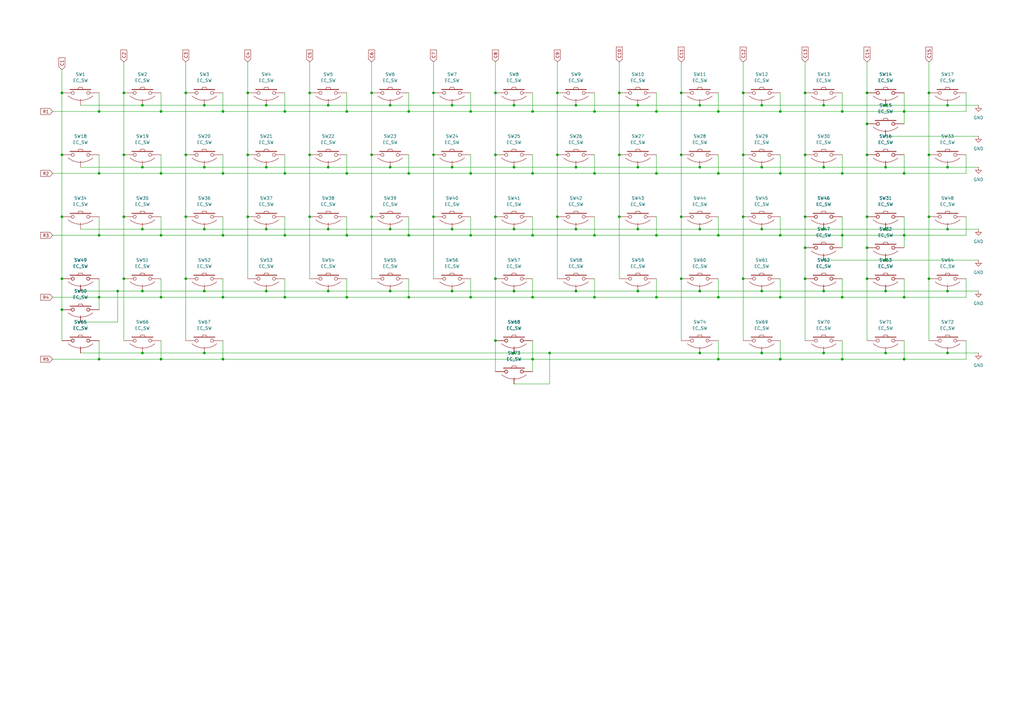
<source format=kicad_sch>
(kicad_sch (version 20231120) (generator "eeschema") (generator_version "8.0")
  (paper "A3")
  (lib_symbols
    (symbol "cipulot_parts:EC_SW" (pin_numbers hide) (pin_names (offset 1.016) hide)
      (property "Reference" "SW" (at 3.81 2.794 0))
      (property "Value" "EC_SW" (at -3.81 3.81 0))
      (symbol "EC_SW_0_1"
        (arc (start -5.08 -1.27) (mid 0 -3.052) (end 5.08 -1.27))
        (rectangle (start -4.318 1.27) (end 4.318 1.524))
        (polyline (pts (xy -1.016 1.524) (xy -0.762 2.286) (xy 0.762 2.286) (xy 1.016 1.524)))
        (pin passive inverted (at -7.62 0 0) (length 5.08) (name "1") (number "1"))
        (pin passive inverted (at 7.62 0 180) (length 5.08) (name "2") (number "2"))
      )
      (symbol "EC_SW_1_1"
        (pin input line (at 0 -5.08 90) (length 2.54) (name "SG") (number "3"))
      )
    )
    (symbol "power:GND" (power) (pin_numbers hide) (pin_names (offset 0) hide)
      (property "Value" "GND" (at 0 -3.81 0))
      (symbol "GND_0_1"
        (polyline (pts (xy 0 0) (xy 0 -1.27) (xy 1.27 -1.27) (xy 0 -2.54) (xy -1.27 -1.27) (xy 0 -1.27)))
      )
      (symbol "GND_1_1"
        (pin power_in line (at 0 0 270) (length 0) (name "~") (number "1"))
      )
    )
  )
  (junction (at 185.42 68.58))
  (junction (at 101.6 88.9))
  (junction (at 127 88.9))
  (junction (at 152.4 38.1))
  (junction (at 287.02 144.78))
  (junction (at 370.84 71.12))
  (junction (at 304.8 38.1))
  (junction (at 210.82 119.38))
  (junction (at 91.44 96.52))
  (junction (at 370.84 45.72))
  (junction (at 177.8 88.9))
  (junction (at 25.4 63.5))
  (junction (at 320.04 71.12))
  (junction (at 236.22 119.38))
  (junction (at 91.44 45.72))
  (junction (at 363.22 106.68))
  (junction (at 66.04 121.92))
  (junction (at 228.6 38.1))
  (junction (at 193.04 71.12))
  (junction (at 363.22 68.58))
  (junction (at 261.62 119.38))
  (junction (at 218.44 121.92))
  (junction (at 50.8 63.5))
  (junction (at 152.4 63.5))
  (junction (at 50.8 114.3))
  (junction (at 25.4 88.9))
  (junction (at 127 63.5))
  (junction (at 363.22 93.98))
  (junction (at 370.84 147.32))
  (junction (at 210.82 93.98))
  (junction (at 355.6 50.8))
  (junction (at 58.42 68.58))
  (junction (at 83.82 43.18))
  (junction (at 40.64 45.72))
  (junction (at 243.84 96.52))
  (junction (at 152.4 88.9))
  (junction (at 228.6 88.9))
  (junction (at 50.8 38.1))
  (junction (at 193.04 96.52))
  (junction (at 337.82 43.18))
  (junction (at 109.22 43.18))
  (junction (at 320.04 96.52))
  (junction (at 312.42 43.18))
  (junction (at 218.44 147.32))
  (junction (at 330.2 114.3))
  (junction (at 312.42 119.38))
  (junction (at 58.42 119.38))
  (junction (at 210.82 144.78))
  (junction (at 269.24 96.52))
  (junction (at 91.44 147.32))
  (junction (at 254 63.5))
  (junction (at 218.44 71.12))
  (junction (at 40.64 71.12))
  (junction (at 381 88.9))
  (junction (at 134.62 93.98))
  (junction (at 76.2 63.5))
  (junction (at 83.82 144.78))
  (junction (at 279.4 88.9))
  (junction (at 294.64 121.92))
  (junction (at 160.02 93.98))
  (junction (at 193.04 45.72))
  (junction (at 312.42 144.78))
  (junction (at 109.22 68.58))
  (junction (at 58.42 144.78))
  (junction (at 210.82 43.18))
  (junction (at 177.8 38.1))
  (junction (at 76.2 88.9))
  (junction (at 116.84 45.72))
  (junction (at 355.6 88.9))
  (junction (at 345.44 45.72))
  (junction (at 25.4 127))
  (junction (at 167.64 96.52))
  (junction (at 40.64 96.52))
  (junction (at 83.82 68.58))
  (junction (at 76.2 114.3))
  (junction (at 381 38.1))
  (junction (at 210.82 68.58))
  (junction (at 312.42 93.98))
  (junction (at 142.24 121.92))
  (junction (at 177.8 63.5))
  (junction (at 109.22 93.98))
  (junction (at 185.42 93.98))
  (junction (at 91.44 71.12))
  (junction (at 127 38.1))
  (junction (at 261.62 68.58))
  (junction (at 287.02 68.58))
  (junction (at 134.62 43.18))
  (junction (at 203.2 88.9))
  (junction (at 388.62 68.58))
  (junction (at 269.24 45.72))
  (junction (at 287.02 43.18))
  (junction (at 330.2 88.9))
  (junction (at 40.64 147.32))
  (junction (at 58.42 93.98))
  (junction (at 330.2 38.1))
  (junction (at 101.6 63.5))
  (junction (at 116.84 96.52))
  (junction (at 370.84 121.92))
  (junction (at 388.62 43.18))
  (junction (at 320.04 45.72))
  (junction (at 388.62 144.78))
  (junction (at 254 88.9))
  (junction (at 330.2 101.6))
  (junction (at 320.04 121.92))
  (junction (at 66.04 96.52))
  (junction (at 279.4 38.1))
  (junction (at 304.8 88.9))
  (junction (at 294.64 45.72))
  (junction (at 83.82 119.38))
  (junction (at 370.84 96.52))
  (junction (at 363.22 119.38))
  (junction (at 279.4 114.3))
  (junction (at 388.62 119.38))
  (junction (at 76.2 38.1))
  (junction (at 203.2 114.3))
  (junction (at 134.62 68.58))
  (junction (at 363.22 43.18))
  (junction (at 294.64 96.52))
  (junction (at 381 114.3))
  (junction (at 48.26 119.38))
  (junction (at 355.6 63.5))
  (junction (at 109.22 119.38))
  (junction (at 345.44 147.32))
  (junction (at 287.02 93.98))
  (junction (at 50.8 88.9))
  (junction (at 167.64 71.12))
  (junction (at 66.04 147.32))
  (junction (at 160.02 119.38))
  (junction (at 388.62 93.98))
  (junction (at 243.84 45.72))
  (junction (at 294.64 147.32))
  (junction (at 160.02 68.58))
  (junction (at 218.44 96.52))
  (junction (at 345.44 71.12))
  (junction (at 203.2 63.5))
  (junction (at 345.44 121.92))
  (junction (at 116.84 121.92))
  (junction (at 58.42 43.18))
  (junction (at 304.8 63.5))
  (junction (at 261.62 43.18))
  (junction (at 236.22 93.98))
  (junction (at 279.4 63.5))
  (junction (at 134.62 119.38))
  (junction (at 40.64 121.92))
  (junction (at 25.4 38.1))
  (junction (at 66.04 71.12))
  (junction (at 345.44 96.52))
  (junction (at 363.22 144.78))
  (junction (at 330.2 63.5))
  (junction (at 243.84 121.92))
  (junction (at 225.425 144.78))
  (junction (at 337.82 119.38))
  (junction (at 287.02 119.38))
  (junction (at 142.24 71.12))
  (junction (at 269.24 121.92))
  (junction (at 269.24 71.12))
  (junction (at 355.6 101.6))
  (junction (at 320.04 147.32))
  (junction (at 236.22 68.58))
  (junction (at 167.64 45.72))
  (junction (at 203.2 139.7))
  (junction (at 304.8 114.3))
  (junction (at 337.82 68.58))
  (junction (at 193.04 121.92))
  (junction (at 355.6 114.3))
  (junction (at 116.84 71.12))
  (junction (at 243.84 71.12))
  (junction (at 101.6 38.1))
  (junction (at 312.42 68.58))
  (junction (at 185.42 119.38))
  (junction (at 236.22 43.18))
  (junction (at 337.82 93.98))
  (junction (at 83.82 93.98))
  (junction (at 261.62 93.98))
  (junction (at 25.4 114.3))
  (junction (at 337.82 144.78))
  (junction (at 142.24 96.52))
  (junction (at 91.44 121.92))
  (junction (at 218.44 45.72))
  (junction (at 355.6 38.1))
  (junction (at 66.04 45.72))
  (junction (at 167.64 121.92))
  (junction (at 254 38.1))
  (junction (at 160.02 43.18))
  (junction (at 381 63.5))
  (junction (at 203.2 38.1))
  (junction (at 294.64 71.12))
  (junction (at 185.42 43.18))
  (junction (at 228.6 63.5))
  (junction (at 142.24 45.72))
  (wire (pts (xy 269.24 88.9) (xy 269.24 96.52)))
  (wire (pts (xy 116.84 96.52) (xy 142.24 96.52)))
  (wire (pts (xy 345.44 88.9) (xy 345.44 96.52)))
  (wire (pts (xy 381 38.1) (xy 381 63.5)))
  (wire (pts (xy 40.64 63.5) (xy 40.64 71.12)))
  (wire (pts (xy 91.44 139.7) (xy 91.44 147.32)))
  (wire (pts (xy 210.82 119.38) (xy 236.22 119.38)))
  (wire (pts (xy 345.44 114.3) (xy 345.44 121.92)))
  (wire (pts (xy 304.8 114.3) (xy 304.8 139.7)))
  (wire (pts (xy 25.4 28.575) (xy 25.4 38.1)))
  (wire (pts (xy 142.24 121.92) (xy 167.64 121.92)))
  (wire (pts (xy 294.64 71.12) (xy 269.24 71.12)))
  (wire (pts (xy 396.24 139.7) (xy 396.24 147.32)))
  (wire (pts (xy 396.24 96.52) (xy 396.24 88.9)))
  (wire (pts (xy 40.64 88.9) (xy 40.64 96.52)))
  (wire (pts (xy 40.64 114.3) (xy 40.64 121.92)))
  (wire (pts (xy 177.8 25.4) (xy 177.8 38.1)))
  (wire (pts (xy 185.42 68.58) (xy 210.82 68.58)))
  (wire (pts (xy 83.82 43.18) (xy 109.22 43.18)))
  (wire (pts (xy 58.42 144.78) (xy 83.82 144.78)))
  (wire (pts (xy 134.62 119.38) (xy 160.02 119.38)))
  (wire (pts (xy 210.82 43.18) (xy 236.22 43.18)))
  (wire (pts (xy 40.64 45.72) (xy 66.04 45.72)))
  (wire (pts (xy 243.84 114.3) (xy 243.84 121.92)))
  (wire (pts (xy 294.64 38.1) (xy 294.64 45.72)))
  (wire (pts (xy 25.4 114.3) (xy 25.4 127)))
  (wire (pts (xy 287.02 43.18) (xy 312.42 43.18)))
  (wire (pts (xy 76.2 38.1) (xy 76.2 63.5)))
  (wire (pts (xy 370.84 96.52) (xy 396.24 96.52)))
  (wire (pts (xy 320.04 63.5) (xy 320.04 71.12)))
  (wire (pts (xy 363.22 43.18) (xy 388.62 43.18)))
  (wire (pts (xy 294.64 121.92) (xy 320.04 121.92)))
  (wire (pts (xy 58.42 93.98) (xy 83.82 93.98)))
  (wire (pts (xy 345.44 121.92) (xy 370.84 121.92)))
  (wire (pts (xy 363.22 93.98) (xy 388.62 93.98)))
  (wire (pts (xy 193.04 114.3) (xy 193.04 121.92)))
  (wire (pts (xy 243.84 45.72) (xy 218.44 45.72)))
  (wire (pts (xy 345.44 63.5) (xy 345.44 71.12)))
  (wire (pts (xy 228.6 88.9) (xy 228.6 114.3)))
  (wire (pts (xy 330.2 25.4) (xy 330.2 38.1)))
  (wire (pts (xy 167.64 121.92) (xy 193.04 121.92)))
  (wire (pts (xy 134.62 43.18) (xy 160.02 43.18)))
  (wire (pts (xy 109.22 93.98) (xy 134.62 93.98)))
  (wire (pts (xy 269.24 71.12) (xy 243.84 71.12)))
  (wire (pts (xy 236.22 119.38) (xy 261.62 119.38)))
  (wire (pts (xy 101.6 63.5) (xy 101.6 88.9)))
  (wire (pts (xy 66.04 121.92) (xy 91.44 121.92)))
  (wire (pts (xy 127 25.4) (xy 127 38.1)))
  (wire (pts (xy 337.82 93.98) (xy 363.22 93.98)))
  (wire (pts (xy 177.8 88.9) (xy 177.8 114.3)))
  (wire (pts (xy 363.22 68.58) (xy 388.62 68.58)))
  (wire (pts (xy 279.4 63.5) (xy 279.4 88.9)))
  (wire (pts (xy 218.44 139.7) (xy 218.44 147.32)))
  (wire (pts (xy 152.4 25.4) (xy 152.4 38.1)))
  (wire (pts (xy 116.84 38.1) (xy 116.84 45.72)))
  (wire (pts (xy 21.59 45.72) (xy 40.64 45.72)))
  (wire (pts (xy 320.04 121.92) (xy 345.44 121.92)))
  (wire (pts (xy 370.84 147.32) (xy 345.44 147.32)))
  (wire (pts (xy 50.8 38.1) (xy 50.8 63.5)))
  (wire (pts (xy 330.2 88.9) (xy 330.2 101.6)))
  (wire (pts (xy 370.84 114.3) (xy 370.84 121.92)))
  (wire (pts (xy 363.22 55.88) (xy 401.32 55.88)))
  (wire (pts (xy 160.02 43.18) (xy 185.42 43.18)))
  (wire (pts (xy 21.59 71.12) (xy 40.64 71.12)))
  (wire (pts (xy 167.64 96.52) (xy 193.04 96.52)))
  (wire (pts (xy 91.44 121.92) (xy 116.84 121.92)))
  (wire (pts (xy 388.62 144.78) (xy 401.32 144.78)))
  (wire (pts (xy 370.84 45.72) (xy 345.44 45.72)))
  (wire (pts (xy 142.24 88.9) (xy 142.24 96.52)))
  (wire (pts (xy 312.42 68.58) (xy 337.82 68.58)))
  (wire (pts (xy 116.84 114.3) (xy 116.84 121.92)))
  (wire (pts (xy 210.82 68.58) (xy 236.22 68.58)))
  (wire (pts (xy 370.84 88.9) (xy 370.84 96.52)))
  (wire (pts (xy 40.64 121.92) (xy 66.04 121.92)))
  (wire (pts (xy 254 88.9) (xy 254 114.3)))
  (wire (pts (xy 33.02 68.58) (xy 58.42 68.58)))
  (wire (pts (xy 345.44 45.72) (xy 320.04 45.72)))
  (wire (pts (xy 330.2 114.3) (xy 330.2 139.7)))
  (wire (pts (xy 25.4 38.1) (xy 25.4 63.5)))
  (wire (pts (xy 254 25.4) (xy 254 38.1)))
  (wire (pts (xy 152.4 38.1) (xy 152.4 63.5)))
  (wire (pts (xy 345.44 71.12) (xy 320.04 71.12)))
  (wire (pts (xy 167.64 45.72) (xy 142.24 45.72)))
  (wire (pts (xy 40.64 71.12) (xy 66.04 71.12)))
  (wire (pts (xy 40.64 139.7) (xy 40.64 147.32)))
  (wire (pts (xy 269.24 96.52) (xy 294.64 96.52)))
  (wire (pts (xy 261.62 68.58) (xy 287.02 68.58)))
  (wire (pts (xy 312.42 93.98) (xy 337.82 93.98)))
  (wire (pts (xy 396.24 45.72) (xy 370.84 45.72)))
  (wire (pts (xy 261.62 119.38) (xy 287.02 119.38)))
  (wire (pts (xy 152.4 88.9) (xy 152.4 114.3)))
  (wire (pts (xy 116.84 71.12) (xy 91.44 71.12)))
  (wire (pts (xy 185.42 93.98) (xy 210.82 93.98)))
  (wire (pts (xy 21.59 96.52) (xy 40.64 96.52)))
  (wire (pts (xy 167.64 63.5) (xy 167.64 71.12)))
  (wire (pts (xy 40.64 121.92) (xy 40.64 127)))
  (wire (pts (xy 33.02 43.18) (xy 58.42 43.18)))
  (wire (pts (xy 269.24 63.5) (xy 269.24 71.12)))
  (wire (pts (xy 370.84 139.7) (xy 370.84 147.32)))
  (wire (pts (xy 116.84 121.92) (xy 142.24 121.92)))
  (wire (pts (xy 370.84 71.12) (xy 345.44 71.12)))
  (wire (pts (xy 225.425 144.78) (xy 287.02 144.78)))
  (wire (pts (xy 396.24 121.92) (xy 396.24 114.3)))
  (wire (pts (xy 345.44 38.1) (xy 345.44 45.72)))
  (wire (pts (xy 210.82 93.98) (xy 236.22 93.98)))
  (wire (pts (xy 91.44 38.1) (xy 91.44 45.72)))
  (wire (pts (xy 218.44 147.32) (xy 294.64 147.32)))
  (wire (pts (xy 355.6 101.6) (xy 355.6 114.3)))
  (wire (pts (xy 177.8 63.5) (xy 177.8 88.9)))
  (wire (pts (xy 58.42 119.38) (xy 83.82 119.38)))
  (wire (pts (xy 218.44 114.3) (xy 218.44 121.92)))
  (wire (pts (xy 228.6 38.1) (xy 228.6 63.5)))
  (wire (pts (xy 279.4 38.1) (xy 279.4 63.5)))
  (wire (pts (xy 363.22 106.68) (xy 401.32 106.68)))
  (wire (pts (xy 203.2 114.3) (xy 203.2 139.7)))
  (wire (pts (xy 218.44 121.92) (xy 243.84 121.92)))
  (wire (pts (xy 109.22 68.58) (xy 134.62 68.58)))
  (wire (pts (xy 142.24 114.3) (xy 142.24 121.92)))
  (wire (pts (xy 228.6 25.4) (xy 228.6 38.1)))
  (wire (pts (xy 91.44 45.72) (xy 66.04 45.72)))
  (wire (pts (xy 320.04 71.12) (xy 294.64 71.12)))
  (wire (pts (xy 203.2 63.5) (xy 203.2 88.9)))
  (wire (pts (xy 101.6 88.9) (xy 101.6 114.3)))
  (wire (pts (xy 58.42 68.58) (xy 83.82 68.58)))
  (wire (pts (xy 388.62 68.58) (xy 401.32 68.58)))
  (wire (pts (xy 370.84 121.92) (xy 396.24 121.92)))
  (wire (pts (xy 312.42 144.78) (xy 337.82 144.78)))
  (wire (pts (xy 40.64 38.1) (xy 40.64 45.72)))
  (wire (pts (xy 345.44 96.52) (xy 345.44 101.6)))
  (wire (pts (xy 225.425 157.48) (xy 225.425 144.78)))
  (wire (pts (xy 261.62 93.98) (xy 287.02 93.98)))
  (wire (pts (xy 25.4 88.9) (xy 25.4 114.3)))
  (wire (pts (xy 193.04 88.9) (xy 193.04 96.52)))
  (wire (pts (xy 91.44 147.32) (xy 218.44 147.32)))
  (wire (pts (xy 127 88.9) (xy 127 114.3)))
  (wire (pts (xy 142.24 45.72) (xy 116.84 45.72)))
  (wire (pts (xy 193.04 38.1) (xy 193.04 45.72)))
  (wire (pts (xy 355.6 38.1) (xy 355.6 50.8)))
  (wire (pts (xy 396.24 38.1) (xy 396.24 45.72)))
  (wire (pts (xy 218.44 45.72) (xy 193.04 45.72)))
  (wire (pts (xy 355.6 114.3) (xy 355.6 139.7)))
  (wire (pts (xy 243.84 96.52) (xy 269.24 96.52)))
  (wire (pts (xy 160.02 68.58) (xy 185.42 68.58)))
  (wire (pts (xy 355.6 25.4) (xy 355.6 38.1)))
  (wire (pts (xy 127 63.5) (xy 127 88.9)))
  (wire (pts (xy 101.6 38.1) (xy 101.6 63.5)))
  (wire (pts (xy 66.04 71.12) (xy 66.04 63.5)))
  (wire (pts (xy 254 38.1) (xy 254 63.5)))
  (wire (pts (xy 167.64 38.1) (xy 167.64 45.72)))
  (wire (pts (xy 167.64 114.3) (xy 167.64 121.92)))
  (wire (pts (xy 83.82 93.98) (xy 109.22 93.98)))
  (wire (pts (xy 243.84 88.9) (xy 243.84 96.52)))
  (wire (pts (xy 243.84 63.5) (xy 243.84 71.12)))
  (wire (pts (xy 304.8 25.4) (xy 304.8 38.1)))
  (wire (pts (xy 50.8 63.5) (xy 50.8 88.9)))
  (wire (pts (xy 269.24 114.3) (xy 269.24 121.92)))
  (wire (pts (xy 330.2 63.5) (xy 330.2 88.9)))
  (wire (pts (xy 243.84 71.12) (xy 218.44 71.12)))
  (wire (pts (xy 76.2 88.9) (xy 76.2 114.3)))
  (wire (pts (xy 337.82 119.38) (xy 363.22 119.38)))
  (wire (pts (xy 254 63.5) (xy 254 88.9)))
  (wire (pts (xy 50.8 25.4) (xy 50.8 38.1)))
  (wire (pts (xy 337.82 68.58) (xy 363.22 68.58)))
  (wire (pts (xy 269.24 121.92) (xy 294.64 121.92)))
  (wire (pts (xy 337.82 144.78) (xy 363.22 144.78)))
  (wire (pts (xy 279.4 25.4) (xy 279.4 38.1)))
  (wire (pts (xy 83.82 68.58) (xy 109.22 68.58)))
  (wire (pts (xy 203.2 88.9) (xy 203.2 114.3)))
  (wire (pts (xy 193.04 96.52) (xy 218.44 96.52)))
  (wire (pts (xy 294.64 45.72) (xy 269.24 45.72)))
  (wire (pts (xy 109.22 119.38) (xy 134.62 119.38)))
  (wire (pts (xy 337.82 43.18) (xy 363.22 43.18)))
  (wire (pts (xy 185.42 119.38) (xy 210.82 119.38)))
  (wire (pts (xy 388.62 119.38) (xy 401.32 119.38)))
  (wire (pts (xy 388.62 43.18) (xy 401.32 43.18)))
  (wire (pts (xy 312.42 43.18) (xy 337.82 43.18)))
  (wire (pts (xy 381 114.3) (xy 381 139.7)))
  (wire (pts (xy 320.04 88.9) (xy 320.04 96.52)))
  (wire (pts (xy 66.04 88.9) (xy 66.04 96.52)))
  (wire (pts (xy 160.02 119.38) (xy 185.42 119.38)))
  (wire (pts (xy 210.82 144.78) (xy 225.425 144.78)))
  (wire (pts (xy 388.62 93.98) (xy 401.32 93.98)))
  (wire (pts (xy 287.02 119.38) (xy 312.42 119.38)))
  (wire (pts (xy 236.22 68.58) (xy 261.62 68.58)))
  (wire (pts (xy 261.62 43.18) (xy 287.02 43.18)))
  (wire (pts (xy 203.2 139.7) (xy 203.2 152.4)))
  (wire (pts (xy 109.22 43.18) (xy 134.62 43.18)))
  (wire (pts (xy 193.04 45.72) (xy 167.64 45.72)))
  (wire (pts (xy 25.4 63.5) (xy 25.4 88.9)))
  (wire (pts (xy 33.02 144.78) (xy 58.42 144.78)))
  (wire (pts (xy 134.62 68.58) (xy 160.02 68.58)))
  (wire (pts (xy 294.64 88.9) (xy 294.64 96.52)))
  (wire (pts (xy 320.04 38.1) (xy 320.04 45.72)))
  (wire (pts (xy 101.6 25.4) (xy 101.6 38.1)))
  (wire (pts (xy 228.6 63.5) (xy 228.6 88.9)))
  (wire (pts (xy 269.24 45.72) (xy 243.84 45.72)))
  (wire (pts (xy 337.82 106.68) (xy 363.22 106.68)))
  (wire (pts (xy 40.64 96.52) (xy 66.04 96.52)))
  (wire (pts (xy 66.04 45.72) (xy 66.04 38.1)))
  (wire (pts (xy 370.84 96.52) (xy 370.84 101.6)))
  (wire (pts (xy 21.59 147.32) (xy 40.64 147.32)))
  (wire (pts (xy 40.64 147.32) (xy 66.04 147.32)))
  (wire (pts (xy 83.82 144.78) (xy 210.82 144.78)))
  (wire (pts (xy 355.6 88.9) (xy 355.6 101.6)))
  (wire (pts (xy 236.22 43.18) (xy 261.62 43.18)))
  (wire (pts (xy 320.04 96.52) (xy 345.44 96.52)))
  (wire (pts (xy 236.22 93.98) (xy 261.62 93.98)))
  (wire (pts (xy 116.84 45.72) (xy 91.44 45.72)))
  (wire (pts (xy 48.26 132.08) (xy 48.26 119.38)))
  (wire (pts (xy 355.6 50.8) (xy 355.6 63.5)))
  (wire (pts (xy 76.2 114.3) (xy 76.2 139.7)))
  (wire (pts (xy 91.44 114.3) (xy 91.44 121.92)))
  (wire (pts (xy 304.8 88.9) (xy 304.8 114.3)))
  (wire (pts (xy 287.02 93.98) (xy 312.42 93.98)))
  (wire (pts (xy 83.82 119.38) (xy 109.22 119.38)))
  (wire (pts (xy 243.84 38.1) (xy 243.84 45.72)))
  (wire (pts (xy 185.42 43.18) (xy 210.82 43.18)))
  (wire (pts (xy 218.44 38.1) (xy 218.44 45.72)))
  (wire (pts (xy 203.2 38.1) (xy 203.2 63.5)))
  (wire (pts (xy 279.4 114.3) (xy 279.4 139.7)))
  (wire (pts (xy 210.82 157.48) (xy 225.425 157.48)))
  (wire (pts (xy 167.64 88.9) (xy 167.64 96.52)))
  (wire (pts (xy 304.8 38.1) (xy 304.8 63.5)))
  (wire (pts (xy 91.44 96.52) (xy 116.84 96.52)))
  (wire (pts (xy 345.44 96.52) (xy 370.84 96.52)))
  (wire (pts (xy 381 63.5) (xy 381 88.9)))
  (wire (pts (xy 279.4 88.9) (xy 279.4 114.3)))
  (wire (pts (xy 243.84 121.92) (xy 269.24 121.92)))
  (wire (pts (xy 320.04 114.3) (xy 320.04 121.92)))
  (wire (pts (xy 50.8 114.3) (xy 50.8 139.7)))
  (wire (pts (xy 218.44 63.5) (xy 218.44 71.12)))
  (wire (pts (xy 127 38.1) (xy 127 63.5)))
  (wire (pts (xy 177.8 38.1) (xy 177.8 63.5)))
  (wire (pts (xy 370.84 38.1) (xy 370.84 45.72)))
  (wire (pts (xy 33.02 119.38) (xy 48.26 119.38)))
  (wire (pts (xy 50.8 88.9) (xy 50.8 114.3)))
  (wire (pts (xy 91.44 147.32) (xy 66.04 147.32)))
  (wire (pts (xy 91.44 71.12) (xy 66.04 71.12)))
  (wire (pts (xy 152.4 63.5) (xy 152.4 88.9)))
  (wire (pts (xy 91.44 88.9) (xy 91.44 96.52)))
  (wire (pts (xy 66.04 96.52) (xy 91.44 96.52)))
  (wire (pts (xy 167.64 71.12) (xy 142.24 71.12)))
  (wire (pts (xy 320.04 147.32) (xy 345.44 147.32)))
  (wire (pts (xy 33.02 93.98) (xy 58.42 93.98)))
  (wire (pts (xy 396.24 147.32) (xy 370.84 147.32)))
  (wire (pts (xy 218.44 88.9) (xy 218.44 96.52)))
  (wire (pts (xy 218.44 71.12) (xy 193.04 71.12)))
  (wire (pts (xy 396.24 63.5) (xy 396.24 71.12)))
  (wire (pts (xy 396.24 71.12) (xy 370.84 71.12)))
  (wire (pts (xy 363.22 144.78) (xy 388.62 144.78)))
  (wire (pts (xy 381 88.9) (xy 381 114.3)))
  (wire (pts (xy 294.64 45.72) (xy 320.04 45.72)))
  (wire (pts (xy 142.24 38.1) (xy 142.24 45.72)))
  (wire (pts (xy 294.64 114.3) (xy 294.64 121.92)))
  (wire (pts (xy 269.24 38.1) (xy 269.24 45.72)))
  (wire (pts (xy 294.64 63.5) (xy 294.64 71.12)))
  (wire (pts (xy 294.64 147.32) (xy 320.04 147.32)))
  (wire (pts (xy 91.44 63.5) (xy 91.44 71.12)))
  (wire (pts (xy 304.8 63.5) (xy 304.8 88.9)))
  (wire (pts (xy 25.4 127) (xy 25.4 139.7)))
  (wire (pts (xy 134.62 93.98) (xy 160.02 93.98)))
  (wire (pts (xy 193.04 71.12) (xy 167.64 71.12)))
  (wire (pts (xy 312.42 119.38) (xy 337.82 119.38)))
  (wire (pts (xy 66.04 114.3) (xy 66.04 121.92)))
  (wire (pts (xy 381 25.4) (xy 381 38.1)))
  (wire (pts (xy 363.22 119.38) (xy 388.62 119.38)))
  (wire (pts (xy 330.2 101.6) (xy 330.2 114.3)))
  (wire (pts (xy 58.42 43.18) (xy 83.82 43.18)))
  (wire (pts (xy 142.24 71.12) (xy 116.84 71.12)))
  (wire (pts (xy 21.59 121.92) (xy 40.64 121.92)))
  (wire (pts (xy 294.64 96.52) (xy 320.04 96.52)))
  (wire (pts (xy 142.24 63.5) (xy 142.24 71.12)))
  (wire (pts (xy 203.2 25.4) (xy 203.2 38.1)))
  (wire (pts (xy 320.04 139.7) (xy 320.04 147.32)))
  (wire (pts (xy 33.02 132.08) (xy 48.26 132.08)))
  (wire (pts (xy 218.44 96.52) (xy 243.84 96.52)))
  (wire (pts (xy 193.04 121.92) (xy 218.44 121.92)))
  (wire (pts (xy 116.84 63.5) (xy 116.84 71.12)))
  (wire (pts (xy 330.2 38.1) (xy 330.2 63.5)))
  (wire (pts (xy 66.04 147.32) (xy 66.04 139.7)))
  (wire (pts (xy 294.64 139.7) (xy 294.64 147.32)))
  (wire (pts (xy 345.44 139.7) (xy 345.44 147.32)))
  (wire (pts (xy 193.04 63.5) (xy 193.04 71.12)))
  (wire (pts (xy 287.02 68.58) (xy 312.42 68.58)))
  (wire (pts (xy 370.84 45.72) (xy 370.84 50.8)))
  (wire (pts (xy 116.84 88.9) (xy 116.84 96.52)))
  (wire (pts (xy 160.02 93.98) (xy 185.42 93.98)))
  (wire (pts (xy 48.26 119.38) (xy 58.42 119.38)))
  (wire (pts (xy 287.02 144.78) (xy 312.42 144.78)))
  (wire (pts (xy 218.44 147.32) (xy 218.44 152.4)))
  (wire (pts (xy 76.2 25.4) (xy 76.2 38.1)))
  (wire (pts (xy 370.84 63.5) (xy 370.84 71.12)))
  (wire (pts (xy 355.6 63.5) (xy 355.6 88.9)))
  (wire (pts (xy 142.24 96.52) (xy 167.64 96.52)))
  (wire (pts (xy 76.2 63.5) (xy 76.2 88.9)))
  (global_label "C6" (shape input) (at 152.4 25.4 90) (property "Intersheetrefs" "${INTERSHEET_REFS}" (effects (hide yes))))
  (global_label "C9" (shape input) (at 228.6 25.4 90) (property "Intersheetrefs" "${INTERSHEET_REFS}" (effects (hide yes))))
  (global_label "R1" (shape input) (at 21.59 45.72 180) (property "Intersheetrefs" "${INTERSHEET_REFS}" (effects (hide yes))))
  (global_label "R3" (shape input) (at 21.59 96.52 180) (property "Intersheetrefs" "${INTERSHEET_REFS}" (effects (hide yes))))
  (global_label "C12" (shape input) (at 304.8 25.4 90) (property "Intersheetrefs" "${INTERSHEET_REFS}" (effects (hide yes))))
  (global_label "C5" (shape input) (at 127 25.4 90) (property "Intersheetrefs" "${INTERSHEET_REFS}" (effects (hide yes))))
  (global_label "C13" (shape input) (at 330.2 25.4 90) (property "Intersheetrefs" "${INTERSHEET_REFS}" (effects (hide yes))))
  (global_label "R2" (shape input) (at 21.59 71.12 180) (property "Intersheetrefs" "${INTERSHEET_REFS}" (effects (hide yes))))
  (global_label "C11" (shape input) (at 279.4 25.4 90) (property "Intersheetrefs" "${INTERSHEET_REFS}" (effects (hide yes))))
  (global_label "C7" (shape input) (at 177.8 25.4 90) (property "Intersheetrefs" "${INTERSHEET_REFS}" (effects (hide yes))))
  (global_label "C2" (shape input) (at 50.8 25.4 90) (property "Intersheetrefs" "${INTERSHEET_REFS}" (effects (hide yes))))
  (global_label "C4" (shape input) (at 101.6 25.4 90) (property "Intersheetrefs" "${INTERSHEET_REFS}" (effects (hide yes))))
  (global_label "C8" (shape input) (at 203.2 25.4 90) (property "Intersheetrefs" "${INTERSHEET_REFS}" (effects (hide yes))))
  (global_label "R5" (shape input) (at 21.59 147.32 180) (property "Intersheetrefs" "${INTERSHEET_REFS}" (effects (hide yes))))
  (global_label "R4" (shape input) (at 21.59 121.92 180) (property "Intersheetrefs" "${INTERSHEET_REFS}" (effects (hide yes))))
  (global_label "C14" (shape input) (at 355.6 25.4 90) (property "Intersheetrefs" "${INTERSHEET_REFS}" (effects (hide yes))))
  (global_label "C3" (shape input) (at 76.2 25.4 90) (property "Intersheetrefs" "${INTERSHEET_REFS}" (effects (hide yes))))
  (global_label "C1" (shape input) (at 25.4 28.575 90) (property "Intersheetrefs" "${INTERSHEET_REFS}" (effects (hide yes))))
  (global_label "C10" (shape input) (at 254 25.4 90) (property "Intersheetrefs" "${INTERSHEET_REFS}" (effects (hide yes))))
  (global_label "C15" (shape input) (at 381 25.4 90) (property "Intersheetrefs" "${INTERSHEET_REFS}" (effects (hide yes))))
  (symbol (lib_id "cipulot_parts:EC_SW") (at 58.42 114.3 0) (unit 1)
    (property "Reference" "SW51" (at 58.42 106.68 0))
    (property "Value" "EC_SW" (at 58.42 109.22 0))
    (property "Footprint" "cipulot_parts:ecs_pad_1U_no_ring" (effects (hide yes)))
  )
  (symbol (lib_id "cipulot_parts:EC_SW") (at 210.82 114.3 0) (unit 1)
    (property "Reference" "SW57" (at 210.82 106.68 0))
    (property "Value" "EC_SW" (at 210.82 109.22 0))
    (property "Footprint" "cipulot_parts:ecs_pad_1U_no_ring" (effects (hide yes)))
  )
  (symbol (lib_id "cipulot_parts:EC_SW") (at 160.02 88.9 0) (unit 1)
    (property "Reference" "SW39" (at 160.02 81.28 0))
    (property "Value" "EC_SW" (at 160.02 83.82 0))
    (property "Footprint" "cipulot_parts:ecs_pad_1U_no_ring" (effects (hide yes)))
  )
  (symbol (lib_id "cipulot_parts:EC_SW") (at 58.42 88.9 0) (unit 1)
    (property "Reference" "SW35" (at 58.42 81.28 0))
    (property "Value" "EC_SW" (at 58.42 83.82 0))
    (property "Footprint" "cipulot_parts:ecs_pad_1U_no_ring" (effects (hide yes)))
  )
  (symbol (lib_id "cipulot_parts:EC_SW") (at 337.82 114.3 0) (unit 1)
    (property "Reference" "SW62" (at 337.82 106.68 0))
    (property "Value" "EC_SW" (at 337.82 109.22 0))
    (property "Footprint" "cipulot_parts:ecs_pad_1U_no_ring" (effects (hide yes)))
  )
  (symbol (lib_id "cipulot_parts:EC_SW") (at 236.22 38.1 0) (unit 1)
    (property "Reference" "SW9" (at 236.22 30.48 0))
    (property "Value" "EC_SW" (at 236.22 33.02 0))
    (property "Footprint" "cipulot_parts:ecs_pad_1U_no_ring" (effects (hide yes)))
  )
  (symbol (lib_id "cipulot_parts:EC_SW") (at 337.82 88.9 0) (unit 1)
    (property "Reference" "SW46" (at 337.82 81.28 0))
    (property "Value" "EC_SW" (at 337.82 83.82 0))
    (property "Footprint" "cipulot_parts:ecs_pad_1U_no_ring" (effects (hide yes)))
  )
  (symbol (lib_id "cipulot_parts:EC_SW") (at 312.42 114.3 0) (unit 1)
    (property "Reference" "SW61" (at 312.42 106.68 0))
    (property "Value" "EC_SW" (at 312.42 109.22 0))
    (property "Footprint" "cipulot_parts:ecs_pad_1U_no_ring" (effects (hide yes)))
  )
  (symbol (lib_id "cipulot_parts:EC_SW") (at 134.62 114.3 0) (unit 1)
    (property "Reference" "SW54" (at 134.62 106.68 0))
    (property "Value" "EC_SW" (at 134.62 109.22 0))
    (property "Footprint" "cipulot_parts:ecs_pad_1U_no_ring" (effects (hide yes)))
  )
  (symbol (lib_id "cipulot_parts:EC_SW") (at 109.22 63.5 0) (unit 1)
    (property "Reference" "SW21" (at 109.22 55.88 0))
    (property "Value" "EC_SW" (at 109.22 58.42 0))
    (property "Footprint" "cipulot_parts:ecs_pad_1U_no_ring" (effects (hide yes)))
  )
  (symbol (lib_id "cipulot_parts:EC_SW") (at 134.62 63.5 0) (unit 1)
    (property "Reference" "SW22" (at 134.62 55.88 0))
    (property "Value" "EC_SW" (at 134.62 58.42 0))
    (property "Footprint" "cipulot_parts:ecs_pad_1U_no_ring" (effects (hide yes)))
  )
  (symbol (lib_id "cipulot_parts:EC_SW") (at 83.82 139.7 0) (unit 1)
    (property "Reference" "SW67" (at 83.82 132.08 0))
    (property "Value" "EC_SW" (at 83.82 134.62 0))
    (property "Footprint" "cipulot_parts:ecs_pad_0.125U_spaced_no_ring" (effects (hide yes)))
  )
  (symbol (lib_id "cipulot_parts:EC_SW") (at 83.82 63.5 0) (unit 1)
    (property "Reference" "SW20" (at 83.82 55.88 0))
    (property "Value" "EC_SW" (at 83.82 58.42 0))
    (property "Footprint" "cipulot_parts:ecs_pad_1U_no_ring" (effects (hide yes)))
  )
  (symbol (lib_id "cipulot_parts:EC_SW") (at 312.42 38.1 0) (unit 1)
    (property "Reference" "SW12" (at 312.42 30.48 0))
    (property "Value" "EC_SW" (at 312.42 33.02 0))
    (property "Footprint" "cipulot_parts:ecs_pad_1U_no_ring" (effects (hide yes)))
  )
  (symbol (lib_id "cipulot_parts:EC_SW") (at 287.02 88.9 0) (unit 1)
    (property "Reference" "SW44" (at 287.02 81.28 0))
    (property "Value" "EC_SW" (at 287.02 83.82 0))
    (property "Footprint" "cipulot_parts:ecs_pad_1U_no_ring" (effects (hide yes)))
  )
  (symbol (lib_id "cipulot_parts:EC_SW") (at 261.62 38.1 0) (unit 1)
    (property "Reference" "SW10" (at 261.62 30.48 0))
    (property "Value" "EC_SW" (at 261.62 33.02 0))
    (property "Footprint" "cipulot_parts:ecs_pad_1U_no_ring" (effects (hide yes)))
  )
  (symbol (lib_id "cipulot_parts:EC_SW") (at 236.22 114.3 0) (unit 1)
    (property "Reference" "SW58" (at 236.22 106.68 0))
    (property "Value" "EC_SW" (at 236.22 109.22 0))
    (property "Footprint" "cipulot_parts:ecs_pad_1U_no_ring" (effects (hide yes)))
  )
  (symbol (lib_id "cipulot_parts:EC_SW") (at 109.22 38.1 0) (unit 1)
    (property "Reference" "SW4" (at 109.22 30.48 0))
    (property "Value" "EC_SW" (at 109.22 33.02 0))
    (property "Footprint" "cipulot_parts:ecs_pad_1U_no_ring" (effects (hide yes)))
  )
  (symbol (lib_id "cipulot_parts:EC_SW") (at 33.02 88.9 0) (unit 1)
    (property "Reference" "SW34" (at 33.02 81.28 0))
    (property "Value" "EC_SW" (at 33.02 83.82 0))
    (property "Footprint" "cipulot_parts:ecs_pad_0.25U_spaced_no_ring" (effects (hide yes)))
  )
  (symbol (lib_id "power:GND") (at 401.32 144.78 0) (unit 1)
    (property "Reference" "#PWR07" (effects (hide yes)))
    (property "Value" "GND" (at 401.32 149.86 0))
    (property "Description" "Power symbol creates a global label with name \"GND\" , ground" (effects (hide yes)))
  )
  (symbol (lib_id "cipulot_parts:EC_SW") (at 337.82 101.6 0) (unit 1)
    (property "Reference" "SW47" (at 337.82 93.98 0))
    (property "Value" "EC_SW" (at 337.82 96.52 0))
    (property "Footprint" "cipulot_parts:ecs_pad_2U_no_ring" (effects (hide yes)))
  )
  (symbol (lib_id "cipulot_parts:EC_SW") (at 58.42 38.1 0) (unit 1)
    (property "Reference" "SW2" (at 58.42 30.48 0))
    (property "Value" "EC_SW" (at 58.42 33.02 0))
    (property "Footprint" "cipulot_parts:ecs_pad_1U_no_ring" (effects (hide yes)))
  )
  (symbol (lib_id "cipulot_parts:EC_SW") (at 236.22 88.9 0) (unit 1)
    (property "Reference" "SW42" (at 236.22 81.28 0))
    (property "Value" "EC_SW" (at 236.22 83.82 0))
    (property "Footprint" "cipulot_parts:ecs_pad_1U_no_ring" (effects (hide yes)))
  )
  (symbol (lib_id "cipulot_parts:EC_SW") (at 58.42 63.5 0) (unit 1)
    (property "Reference" "SW19" (at 58.42 55.88 0))
    (property "Value" "EC_SW" (at 58.42 58.42 0))
    (property "Footprint" "cipulot_parts:ecs_pad_1U_no_ring" (effects (hide yes)))
  )
  (symbol (lib_id "cipulot_parts:EC_SW") (at 337.82 38.1 0) (unit 1)
    (property "Reference" "SW13" (at 337.82 30.48 0))
    (property "Value" "EC_SW" (at 337.82 33.02 0))
    (property "Footprint" "cipulot_parts:ecs_pad_1U_no_ring" (effects (hide yes)))
  )
  (symbol (lib_id "cipulot_parts:EC_SW") (at 261.62 63.5 0) (unit 1)
    (property "Reference" "SW27" (at 261.62 55.88 0))
    (property "Value" "EC_SW" (at 261.62 58.42 0))
    (property "Footprint" "cipulot_parts:ecs_pad_1U_no_ring" (effects (hide yes)))
  )
  (symbol (lib_id "cipulot_parts:EC_SW") (at 363.22 101.6 0) (unit 1)
    (property "Reference" "SW32" (at 363.22 93.98 0))
    (property "Value" "EC_SW" (at 363.22 96.52 0))
    (property "Footprint" "cipulot_parts:ecs_pad_2U_no_ring" (effects (hide yes)))
  )
  (symbol (lib_id "cipulot_parts:EC_SW") (at 109.22 114.3 0) (unit 1)
    (property "Reference" "SW53" (at 109.22 106.68 0))
    (property "Value" "EC_SW" (at 109.22 109.22 0))
    (property "Footprint" "cipulot_parts:ecs_pad_1U_no_ring" (effects (hide yes)))
  )
  (symbol (lib_id "cipulot_parts:EC_SW") (at 312.42 63.5 0) (unit 1)
    (property "Reference" "SW29" (at 312.42 55.88 0))
    (property "Value" "EC_SW" (at 312.42 58.42 0))
    (property "Footprint" "cipulot_parts:ecs_pad_1U_no_ring" (effects (hide yes)))
  )
  (symbol (lib_id "cipulot_parts:EC_SW") (at 388.62 114.3 0) (unit 1)
    (property "Reference" "SW64" (at 388.62 106.68 0))
    (property "Value" "EC_SW" (at 388.62 109.22 0))
    (property "Footprint" "cipulot_parts:ecs_pad_1U_no_ring" (effects (hide yes)))
  )
  (symbol (lib_id "cipulot_parts:EC_SW") (at 287.02 114.3 0) (unit 1)
    (property "Reference" "SW60" (at 287.02 106.68 0))
    (property "Value" "EC_SW" (at 287.02 109.22 0))
    (property "Footprint" "cipulot_parts:ecs_pad_1U_no_ring" (effects (hide yes)))
  )
  (symbol (lib_id "cipulot_parts:EC_SW") (at 185.42 114.3 0) (unit 1)
    (property "Reference" "SW56" (at 185.42 106.68 0))
    (property "Value" "EC_SW" (at 185.42 109.22 0))
    (property "Footprint" "cipulot_parts:ecs_pad_1U_no_ring" (effects (hide yes)))
  )
  (symbol (lib_id "cipulot_parts:EC_SW") (at 185.42 63.5 0) (unit 1)
    (property "Reference" "SW24" (at 185.42 55.88 0))
    (property "Value" "EC_SW" (at 185.42 58.42 0))
    (property "Footprint" "cipulot_parts:ecs_pad_1U_no_ring" (effects (hide yes)))
  )
  (symbol (lib_id "power:GND") (at 401.32 119.38 0) (unit 1)
    (property "Reference" "#PWR06" (effects (hide yes)))
    (property "Value" "GND" (at 401.32 124.46 0))
    (property "Description" "Power symbol creates a global label with name \"GND\" , ground" (effects (hide yes)))
  )
  (symbol (lib_id "cipulot_parts:EC_SW") (at 83.82 114.3 0) (unit 1)
    (property "Reference" "SW52" (at 83.82 106.68 0))
    (property "Value" "EC_SW" (at 83.82 109.22 0))
    (property "Footprint" "cipulot_parts:ecs_pad_1U_no_ring" (effects (hide yes)))
  )
  (symbol (lib_id "cipulot_parts:EC_SW") (at 261.62 114.3 0) (unit 1)
    (property "Reference" "SW59" (at 261.62 106.68 0))
    (property "Value" "EC_SW" (at 261.62 109.22 0))
    (property "Footprint" "cipulot_parts:ecs_pad_1U_no_ring" (effects (hide yes)))
  )
  (symbol (lib_id "cipulot_parts:EC_SW") (at 388.62 139.7 0) (unit 1)
    (property "Reference" "SW72" (at 388.62 132.08 0))
    (property "Value" "EC_SW" (at 388.62 134.62 0))
    (property "Footprint" "cipulot_parts:ecs_pad_1U_no_ring" (effects (hide yes)))
  )
  (symbol (lib_id "cipulot_parts:EC_SW") (at 58.42 139.7 0) (unit 1)
    (property "Reference" "SW66" (at 58.42 132.08 0))
    (property "Value" "EC_SW" (at 58.42 134.62 0))
    (property "Footprint" "cipulot_parts:ecs_pad_0.125U_spaced_no_ring" (effects (hide yes)))
  )
  (symbol (lib_id "cipulot_parts:EC_SW") (at 363.22 114.3 0) (unit 1)
    (property "Reference" "SW63" (at 363.22 106.68 0))
    (property "Value" "EC_SW" (at 363.22 109.22 0))
    (property "Footprint" "cipulot_parts:ecs_pad_1U_no_ring" (effects (hide yes)))
  )
  (symbol (lib_id "cipulot_parts:EC_SW") (at 134.62 38.1 0) (unit 1)
    (property "Reference" "SW5" (at 134.62 30.48 0))
    (property "Value" "EC_SW" (at 134.62 33.02 0))
    (property "Footprint" "cipulot_parts:ecs_pad_1U_no_ring" (effects (hide yes)))
  )
  (symbol (lib_id "cipulot_parts:EC_SW") (at 160.02 63.5 0) (unit 1)
    (property "Reference" "SW23" (at 160.02 55.88 0))
    (property "Value" "EC_SW" (at 160.02 58.42 0))
    (property "Footprint" "cipulot_parts:ecs_pad_1U_no_ring" (effects (hide yes)))
  )
  (symbol (lib_id "cipulot_parts:EC_SW") (at 185.42 88.9 0) (unit 1)
    (property "Reference" "SW40" (at 185.42 81.28 0))
    (property "Value" "EC_SW" (at 185.42 83.82 0))
    (property "Footprint" "cipulot_parts:ecs_pad_1U_no_ring" (effects (hide yes)))
  )
  (symbol (lib_id "cipulot_parts:EC_SW") (at 363.22 63.5 0) (unit 1)
    (property "Reference" "SW16" (at 363.22 55.88 0))
    (property "Value" "EC_SW" (at 363.22 58.42 0))
    (property "Footprint" "cipulot_parts:ecs_pad_1U_no_ring" (effects (hide yes)))
  )
  (symbol (lib_id "cipulot_parts:EC_SW") (at 210.82 88.9 0) (unit 1)
    (property "Reference" "SW41" (at 210.82 81.28 0))
    (property "Value" "EC_SW" (at 210.82 83.82 0))
    (property "Footprint" "cipulot_parts:ecs_pad_1U_no_ring" (effects (hide yes)))
  )
  (symbol (lib_id "cipulot_parts:EC_SW") (at 185.42 38.1 0) (unit 1)
    (property "Reference" "SW7" (at 185.42 30.48 0))
    (property "Value" "EC_SW" (at 185.42 33.02 0))
    (property "Footprint" "cipulot_parts:ecs_pad_1U_no_ring" (effects (hide yes)))
  )
  (symbol (lib_id "power:GND") (at 401.32 93.98 0) (unit 1)
    (property "Reference" "#PWR04" (effects (hide yes)))
    (property "Value" "GND" (at 401.32 99.06 0))
    (property "Description" "Power symbol creates a global label with name \"GND\" , ground" (effects (hide yes)))
  )
  (symbol (lib_id "cipulot_parts:EC_SW") (at 210.82 139.7 0) (unit 1)
    (property "Reference" "SW68" (at 210.82 132.08 0))
    (property "Value" "EC_SW" (at 210.82 134.62 0))
    (property "Footprint" "cipulot_parts:ecs_pad_1U_no_ring" (effects (hide yes)))
  )
  (symbol (lib_id "cipulot_parts:EC_SW") (at 160.02 38.1 0) (unit 1)
    (property "Reference" "SW6" (at 160.02 30.48 0))
    (property "Value" "EC_SW" (at 160.02 33.02 0))
    (property "Footprint" "cipulot_parts:ecs_pad_1U_no_ring" (effects (hide yes)))
  )
  (symbol (lib_id "cipulot_parts:EC_SW") (at 312.42 139.7 0) (unit 1)
    (property "Reference" "SW69" (at 312.42 132.08 0))
    (property "Value" "EC_SW" (at 312.42 134.62 0))
    (property "Footprint" "cipulot_parts:ecs_pad_0.125U_spaced_no_ring" (effects (hide yes)))
  )
  (symbol (lib_id "cipulot_parts:EC_SW") (at 33.02 127 0) (unit 1)
    (property "Reference" "SW50" (at 33.02 119.38 0))
    (property "Value" "EC_SW" (at 33.02 121.92 0))
    (property "Footprint" "cipulot_parts:ecs_pad_2U_no_ring" (effects (hide yes)))
  )
  (symbol (lib_id "power:GND") (at 401.32 106.68 0) (unit 1)
    (property "Reference" "#PWR05" (effects (hide yes)))
    (property "Value" "GND" (at 401.32 111.76 0))
    (property "Description" "Power symbol creates a global label with name \"GND\" , ground" (effects (hide yes)))
  )
  (symbol (lib_id "cipulot_parts:EC_SW") (at 363.22 139.7 0) (unit 1)
    (property "Reference" "SW71" (at 363.22 132.08 0))
    (property "Value" "EC_SW" (at 363.22 134.62 0))
    (property "Footprint" "cipulot_parts:ecs_pad_1U_no_ring" (effects (hide yes)))
  )
  (symbol (lib_id "cipulot_parts:EC_SW") (at 312.42 88.9 0) (unit 1)
    (property "Reference" "SW45" (at 312.42 81.28 0))
    (property "Value" "EC_SW" (at 312.42 83.82 0))
    (property "Footprint" "cipulot_parts:ecs_pad_1U_no_ring" (effects (hide yes)))
  )
  (symbol (lib_id "cipulot_parts:EC_SW") (at 363.22 88.9 0) (unit 1)
    (property "Reference" "SW31" (at 363.22 81.28 0))
    (property "Value" "EC_SW" (at 363.22 83.82 0))
    (property "Footprint" "cipulot_parts:ecs_pad_1U_no_ring" (effects (hide yes)))
  )
  (symbol (lib_id "cipulot_parts:EC_SW") (at 363.22 38.1 0) (unit 1)
    (property "Reference" "SW14" (at 363.22 30.48 0))
    (property "Value" "EC_SW" (at 363.22 33.02 0))
    (property "Footprint" "cipulot_parts:ecs_pad_1U_no_ring" (effects (hide yes)))
  )
  (symbol (lib_id "cipulot_parts:EC_SW") (at 388.62 38.1 0) (unit 1)
    (property "Reference" "SW17" (at 388.62 30.48 0))
    (property "Value" "EC_SW" (at 388.62 33.02 0))
    (property "Footprint" "cipulot_parts:ecs_pad_1U_no_ring" (effects (hide yes)))
  )
  (symbol (lib_id "cipulot_parts:EC_SW") (at 109.22 88.9 0) (unit 1)
    (property "Reference" "SW37" (at 109.22 81.28 0))
    (property "Value" "EC_SW" (at 109.22 83.82 0))
    (property "Footprint" "cipulot_parts:ecs_pad_1U_no_ring" (effects (hide yes)))
  )
  (symbol (lib_id "cipulot_parts:EC_SW") (at 210.82 38.1 0) (unit 1)
    (property "Reference" "SW8" (at 210.82 30.48 0))
    (property "Value" "EC_SW" (at 210.82 33.02 0))
    (property "Footprint" "cipulot_parts:ecs_pad_1U_no_ring" (effects (hide yes)))
  )
  (symbol (lib_id "cipulot_parts:EC_SW") (at 337.82 139.7 0) (unit 1)
    (property "Reference" "SW70" (at 337.82 132.08 0))
    (property "Value" "EC_SW" (at 337.82 134.62 0))
    (property "Footprint" "cipulot_parts:ecs_pad_1U_no_ring" (effects (hide yes)))
  )
  (symbol (lib_id "cipulot_parts:EC_SW") (at 210.82 152.4 0) (unit 1)
    (property "Reference" "SW73" (at 210.82 144.78 0))
    (property "Value" "EC_SW" (at 210.82 147.32 0))
    (property "Footprint" "cipulot_parts:ecs_pad_1U_no_ring" (effects (hide yes)))
  )
  (symbol (lib_id "cipulot_parts:EC_SW") (at 337.82 63.5 0) (unit 1)
    (property "Reference" "SW30" (at 337.82 55.88 0))
    (property "Value" "EC_SW" (at 337.82 58.42 0))
    (property "Footprint" "cipulot_parts:ecs_pad_1U_no_ring" (effects (hide yes)))
  )
  (symbol (lib_id "power:GND") (at 401.32 68.58 0) (unit 1)
    (property "Reference" "#PWR03" (effects (hide yes)))
    (property "Value" "GND" (at 401.32 73.66 0))
    (property "Description" "Power symbol creates a global label with name \"GND\" , ground" (effects (hide yes)))
  )
  (symbol (lib_id "cipulot_parts:EC_SW") (at 388.62 88.9 0) (unit 1)
    (property "Reference" "SW48" (at 388.62 81.28 0))
    (property "Value" "EC_SW" (at 388.62 83.82 0))
    (property "Footprint" "cipulot_parts:ecs_pad_1U_no_ring" (effects (hide yes)))
  )
  (symbol (lib_id "cipulot_parts:EC_SW") (at 33.02 38.1 0) (unit 1)
    (property "Reference" "SW1" (at 33.02 30.48 0))
    (property "Value" "EC_SW" (at 33.02 33.02 0))
    (property "Footprint" "cipulot_parts:ecs_pad_1U_no_ring_ 東プレ _十六条旭日旗" (effects (hide yes)))
  )
  (symbol (lib_id "cipulot_parts:EC_SW") (at 83.82 88.9 0) (unit 1)
    (property "Reference" "SW36" (at 83.82 81.28 0))
    (property "Value" "EC_SW" (at 83.82 83.82 0))
    (property "Footprint" "cipulot_parts:ecs_pad_1U_no_ring" (effects (hide yes)))
  )
  (symbol (lib_id "cipulot_parts:EC_SW") (at 261.62 88.9 0) (unit 1)
    (property "Reference" "SW43" (at 261.62 81.28 0))
    (property "Value" "EC_SW" (at 261.62 83.82 0))
    (property "Footprint" "cipulot_parts:ecs_pad_1U_no_ring" (effects (hide yes)))
  )
  (symbol (lib_id "cipulot_parts:EC_SW") (at 160.02 114.3 0) (unit 1)
    (property "Reference" "SW55" (at 160.02 106.68 0))
    (property "Value" "EC_SW" (at 160.02 109.22 0))
    (property "Footprint" "cipulot_parts:ecs_pad_1U_no_ring" (effects (hide yes)))
  )
  (symbol (lib_id "power:GND") (at 401.32 43.18 0) (unit 1)
    (property "Reference" "#PWR01" (effects (hide yes)))
    (property "Value" "GND" (at 401.32 48.26 0))
    (property "Description" "Power symbol creates a global label with name \"GND\" , ground" (effects (hide yes)))
  )
  (symbol (lib_id "cipulot_parts:EC_SW") (at 388.62 63.5 0) (unit 1)
    (property "Reference" "SW33" (at 388.62 55.88 0))
    (property "Value" "EC_SW" (at 388.62 58.42 0))
    (property "Footprint" "cipulot_parts:ecs_pad_1U_no_ring" (effects (hide yes)))
  )
  (symbol (lib_id "cipulot_parts:EC_SW") (at 33.02 139.7 0) (unit 1)
    (property "Reference" "SW65" (at 33.02 132.08 0))
    (property "Value" "EC_SW" (at 33.02 134.62 0))
    (property "Footprint" "cipulot_parts:ecs_pad_0.125U_spaced_no_ring" (effects (hide yes)))
  )
  (symbol (lib_id "cipulot_parts:EC_SW") (at 210.82 63.5 0) (unit 1)
    (property "Reference" "SW25" (at 210.82 55.88 0))
    (property "Value" "EC_SW" (at 210.82 58.42 0))
    (property "Footprint" "cipulot_parts:ecs_pad_1U_no_ring" (effects (hide yes)))
  )
  (symbol (lib_id "cipulot_parts:EC_SW") (at 287.02 139.7 0) (unit 1)
    (property "Reference" "SW74" (at 287.02 132.08 0))
    (property "Value" "EC_SW" (at 287.02 134.62 0))
    (property "Footprint" "cipulot_parts:ecs_pad_1U_no_ring" (effects (hide yes)))
  )
  (symbol (lib_id "cipulot_parts:EC_SW") (at 287.02 38.1 0) (unit 1)
    (property "Reference" "SW11" (at 287.02 30.48 0))
    (property "Value" "EC_SW" (at 287.02 33.02 0))
    (property "Footprint" "cipulot_parts:ecs_pad_1U_no_ring" (effects (hide yes)))
  )
  (symbol (lib_id "cipulot_parts:EC_SW") (at 236.22 63.5 0) (unit 1)
    (property "Reference" "SW26" (at 236.22 55.88 0))
    (property "Value" "EC_SW" (at 236.22 58.42 0))
    (property "Footprint" "cipulot_parts:ecs_pad_1U_no_ring" (effects (hide yes)))
  )
  (symbol (lib_id "power:GND") (at 401.32 55.88 0) (unit 1)
    (property "Reference" "#PWR02" (effects (hide yes)))
    (property "Value" "GND" (at 401.32 60.96 0))
    (property "Description" "Power symbol creates a global label with name \"GND\" , ground" (effects (hide yes)))
  )
  (symbol (lib_id "cipulot_parts:EC_SW") (at 287.02 63.5 0) (unit 1)
    (property "Reference" "SW28" (at 287.02 55.88 0))
    (property "Value" "EC_SW" (at 287.02 58.42 0))
    (property "Footprint" "cipulot_parts:ecs_pad_1U_no_ring" (effects (hide yes)))
  )
  (symbol (lib_id "cipulot_parts:EC_SW") (at 83.82 38.1 0) (unit 1)
    (property "Reference" "SW3" (at 83.82 30.48 0))
    (property "Value" "EC_SW" (at 83.82 33.02 0))
    (property "Footprint" "cipulot_parts:ecs_pad_1U_no_ring" (effects (hide yes)))
  )
  (symbol (lib_id "cipulot_parts:EC_SW") (at 33.02 63.5 0) (unit 1)
    (property "Reference" "SW18" (at 33.02 55.88 0))
    (property "Value" "EC_SW" (at 33.02 58.42 0))
    (property "Footprint" "cipulot_parts:ecs_pad_1U_no_ring" (effects (hide yes)))
  )
  (symbol (lib_id "cipulot_parts:EC_SW") (at 134.62 88.9 0) (unit 1)
    (property "Reference" "SW38" (at 134.62 81.28 0))
    (property "Value" "EC_SW" (at 134.62 83.82 0))
    (property "Footprint" "cipulot_parts:ecs_pad_1U_no_ring" (effects (hide yes)))
  )
  (symbol (lib_id "cipulot_parts:EC_SW") (at 33.02 114.3 0) (unit 1)
    (property "Reference" "SW49" (at 33.02 106.68 0))
    (property "Value" "EC_SW" (at 33.02 109.22 0))
    (property "Footprint" "cipulot_parts:ecs_pad_1U_no_ring" (effects (hide yes)))
  )
  (symbol (lib_id "cipulot_parts:EC_SW") (at 363.22 50.8 0) (unit 1)
    (property "Reference" "SW15" (at 363.22 43.18 0))
    (property "Value" "EC_SW" (at 363.22 45.72 0))
    (property "Footprint" "cipulot_parts:ecs_pad_2U_no_ring" (effects (hide yes)))
  )
)
</source>
